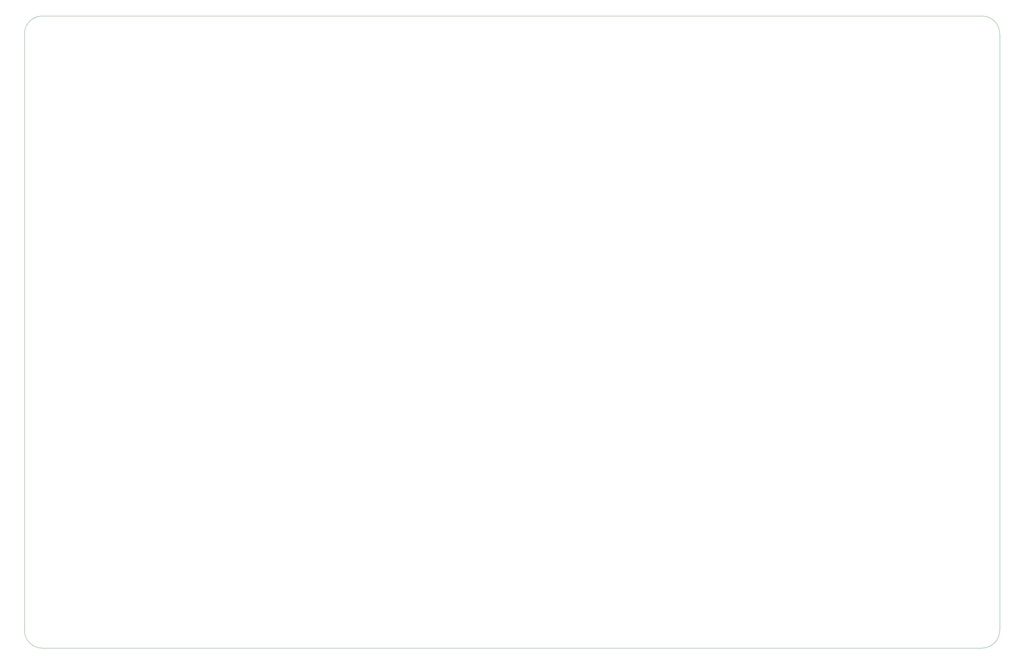
<source format=gm1>
G04 #@! TF.GenerationSoftware,KiCad,Pcbnew,(6.0.7)*
G04 #@! TF.CreationDate,2022-11-19T14:41:37-06:00*
G04 #@! TF.ProjectId,2023Rev1,32303233-5265-4763-912e-6b696361645f,rev?*
G04 #@! TF.SameCoordinates,Original*
G04 #@! TF.FileFunction,Profile,NP*
%FSLAX46Y46*%
G04 Gerber Fmt 4.6, Leading zero omitted, Abs format (unit mm)*
G04 Created by KiCad (PCBNEW (6.0.7)) date 2022-11-19 14:41:37*
%MOMM*%
%LPD*%
G01*
G04 APERTURE LIST*
G04 #@! TA.AperFunction,Profile*
%ADD10C,0.050000*%
G04 #@! TD*
G04 APERTURE END LIST*
D10*
X74712102Y-43216102D02*
X74712102Y-52360102D01*
X349032102Y-38136102D02*
X79792102Y-38136102D01*
X74712102Y-214412102D02*
X74712102Y-52360102D01*
X349032102Y-219492102D02*
G75*
G03*
X354112102Y-214412102I-2J5080002D01*
G01*
X354112102Y-43216102D02*
X354112102Y-46264102D01*
X79792102Y-38136102D02*
G75*
G03*
X74712102Y-43216102I-2J-5079998D01*
G01*
X79792102Y-219492102D02*
X349032102Y-219492102D01*
X74712098Y-214412102D02*
G75*
G03*
X79792102Y-219492102I5080002J2D01*
G01*
X354112102Y-57440102D02*
X354112102Y-46264102D01*
X354112102Y-214412102D02*
X354112102Y-57440102D01*
X354112098Y-43216102D02*
G75*
G03*
X349032102Y-38136102I-5079998J2D01*
G01*
M02*

</source>
